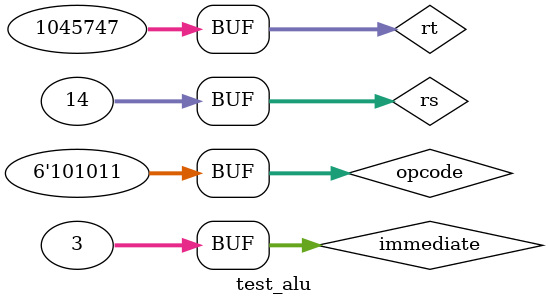
<source format=v>
module test_alu;
	// Inputs
	reg [5:0] opcode;
	reg [31:0] rs,rt,immediate;
	// Outputs
	wire carryout,zero,overflow;
	wire [31:0] result;

	aluModul tester(	.OPCode(opcode),.Rs(rs),.Rt(rt),.Immediate(immediate),
		.Result(result),.carryOut(carryout),.Zero(zero),.overFlow(overflow));

	initial begin
		opcode = 6'b001000;//ADDI
		rs = 0;
		rt = 0;
		immediate=32'd46313;
		#100
        
		opcode = 6'b001001;//ADDIU
		rs = 32'hffffffff;
		rt = 32'h0000000f;
		immediate=32'd45463;
		#100;
		
		opcode = 6'b001100;//ANDI
		rs = 11068;
		rt = 15786;
		immediate=32'd5313;
		#100;
		
		opcode = 6'b001101;//ORI
		rs = 110234;
		rt = 104567;
		immediate=32'd76313;
		#100;
		
		opcode = 6'b001111;//LUI
		rs = 11024;
		rt = 10234;
		immediate=32'd46354;
		#100;				
		
		opcode = 6'b001011;//SLTIU
		rs = 32'b10000000000000000000000000000000;
		rt = 1023;
		immediate=32'd4653;
		#100;		
			
		opcode = 6'b001010;//SLTI
		rs = -32'd6;
		rt = -32'd6;
		immediate=32'd468453;
		#100;
		
		opcode = 6'b000100;//BEQ
		rs = 1104345;
		rt = 106756;
		immediate=32'd4684;
		#100;

		opcode = 6'b000101;//BNE
		rs = 32'b001110;
		rt = 1045747;
		immediate=32'd4431;
		#100;
		
		opcode = 6'b100011;//LWs
		rs = 32'b001110;
		rt = 1045747;
		immediate=32'h00000002;
		#100;
		
		opcode = 6'b101011;//SW
		rs = 32'b001110;
		rt = 1045747;
		immediate=32'h00000003;
		#100;
		
	end
      
endmodule

</source>
